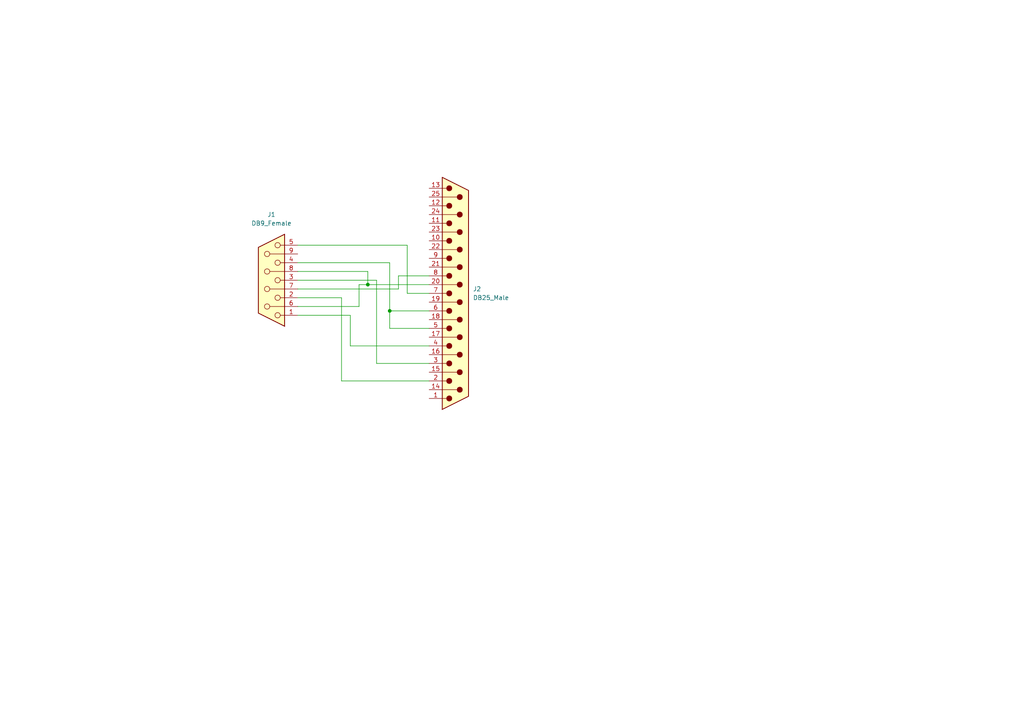
<source format=kicad_sch>
(kicad_sch (version 20211123) (generator eeschema)
  (paper "A4")
  (lib_symbols
    (symbol "Connector:DB25_Male" (pin_names (offset 1.016) hide)
      (property "Reference" "J" (at 0 34.29 0))
      (property "Value" "DB25_Male" (at 0 -34.925 0))
      (symbol "DB25_Male_0_1"
        (circle (center -1.778 -30.48) (radius 0.762) (fill (type outline)))
        (circle (center -1.778 -25.4) (radius 0.762) (fill (type outline)))
        (circle (center -1.778 -20.32) (radius 0.762) (fill (type outline)))
        (circle (center -1.778 -15.24) (radius 0.762) (fill (type outline)))
        (circle (center -1.778 -10.16) (radius 0.762) (fill (type outline)))
        (circle (center -1.778 -5.08) (radius 0.762) (fill (type outline)))
        (circle (center -1.778 0) (radius 0.762) (fill (type outline)))
        (circle (center -1.778 5.08) (radius 0.762) (fill (type outline)))
        (circle (center -1.778 10.16) (radius 0.762) (fill (type outline)))
        (circle (center -1.778 15.24) (radius 0.762) (fill (type outline)))
        (circle (center -1.778 20.32) (radius 0.762) (fill (type outline)))
        (circle (center -1.778 25.4) (radius 0.762) (fill (type outline)))
        (circle (center -1.778 30.48) (radius 0.762) (fill (type outline)))
        (polyline (pts (xy -3.81 -30.48) (xy -2.54 -30.48)))
        (polyline (pts (xy -3.81 -27.94) (xy 0.508 -27.94)))
        (polyline (pts (xy -3.81 -25.4) (xy -2.54 -25.4)))
        (polyline (pts (xy -3.81 -22.86) (xy 0.508 -22.86)))
        (polyline (pts (xy -3.81 -20.32) (xy -2.54 -20.32)))
        (polyline (pts (xy -3.81 -17.78) (xy 0.508 -17.78)))
        (polyline (pts (xy -3.81 -15.24) (xy -2.54 -15.24)))
        (polyline (pts (xy -3.81 -12.7) (xy 0.508 -12.7)))
        (polyline (pts (xy -3.81 -10.16) (xy -2.54 -10.16)))
        (polyline (pts (xy -3.81 -7.62) (xy 0.508 -7.62)))
        (polyline (pts (xy -3.81 -5.08) (xy -2.54 -5.08)))
        (polyline (pts (xy -3.81 -2.54) (xy 0.508 -2.54)))
        (polyline (pts (xy -3.81 0) (xy -2.54 0)))
        (polyline (pts (xy -3.81 2.54) (xy 0.508 2.54)))
        (polyline (pts (xy -3.81 5.08) (xy -2.54 5.08)))
        (polyline (pts (xy -3.81 7.62) (xy 0.508 7.62)))
        (polyline (pts (xy -3.81 10.16) (xy -2.54 10.16)))
        (polyline (pts (xy -3.81 12.7) (xy 0.508 12.7)))
        (polyline (pts (xy -3.81 15.24) (xy -2.54 15.24)))
        (polyline (pts (xy -3.81 17.78) (xy 0.508 17.78)))
        (polyline (pts (xy -3.81 20.32) (xy -2.54 20.32)))
        (polyline (pts (xy -3.81 22.86) (xy 0.508 22.86)))
        (polyline (pts (xy -3.81 25.4) (xy -2.54 25.4)))
        (polyline (pts (xy -3.81 27.94) (xy 0.508 27.94)))
        (polyline (pts (xy -3.81 30.48) (xy -2.54 30.48)))
        (polyline (pts (xy -3.81 -33.655) (xy 3.81 -29.845) (xy 3.81 29.845) (xy -3.81 33.655) (xy -3.81 -33.655)) (stroke (width 0.254)) (fill (type background)))
        (circle (center 1.27 -27.94) (radius 0.762) (fill (type outline)))
        (circle (center 1.27 -22.86) (radius 0.762) (fill (type outline)))
        (circle (center 1.27 -17.78) (radius 0.762) (fill (type outline)))
        (circle (center 1.27 -12.7) (radius 0.762) (fill (type outline)))
        (circle (center 1.27 -7.62) (radius 0.762) (fill (type outline)))
        (circle (center 1.27 -2.54) (radius 0.762) (fill (type outline)))
        (circle (center 1.27 2.54) (radius 0.762) (fill (type outline)))
        (circle (center 1.27 7.62) (radius 0.762) (fill (type outline)))
        (circle (center 1.27 12.7) (radius 0.762) (fill (type outline)))
        (circle (center 1.27 17.78) (radius 0.762) (fill (type outline)))
        (circle (center 1.27 22.86) (radius 0.762) (fill (type outline)))
        (circle (center 1.27 27.94) (radius 0.762) (fill (type outline)))
      )
      (symbol "DB25_Male_1_1"
        (pin passive line (at -7.62 -30.48 0) (length 3.81) (name "1") (number "1"))
        (pin passive line (at -7.62 15.24 0) (length 3.81) (name "10") (number "10"))
        (pin passive line (at -7.62 20.32 0) (length 3.81) (name "11") (number "11"))
        (pin passive line (at -7.62 25.4 0) (length 3.81) (name "12") (number "12"))
        (pin passive line (at -7.62 30.48 0) (length 3.81) (name "13") (number "13"))
        (pin passive line (at -7.62 -27.94 0) (length 3.81) (name "P14") (number "14"))
        (pin passive line (at -7.62 -22.86 0) (length 3.81) (name "P15") (number "15"))
        (pin passive line (at -7.62 -17.78 0) (length 3.81) (name "P16") (number "16"))
        (pin passive line (at -7.62 -12.7 0) (length 3.81) (name "P17") (number "17"))
        (pin passive line (at -7.62 -7.62 0) (length 3.81) (name "P18") (number "18"))
        (pin passive line (at -7.62 -2.54 0) (length 3.81) (name "P19") (number "19"))
        (pin passive line (at -7.62 -25.4 0) (length 3.81) (name "2") (number "2"))
        (pin passive line (at -7.62 2.54 0) (length 3.81) (name "P20") (number "20"))
        (pin passive line (at -7.62 7.62 0) (length 3.81) (name "P21") (number "21"))
        (pin passive line (at -7.62 12.7 0) (length 3.81) (name "P22") (number "22"))
        (pin passive line (at -7.62 17.78 0) (length 3.81) (name "P23") (number "23"))
        (pin passive line (at -7.62 22.86 0) (length 3.81) (name "P24") (number "24"))
        (pin passive line (at -7.62 27.94 0) (length 3.81) (name "P25") (number "25"))
        (pin passive line (at -7.62 -20.32 0) (length 3.81) (name "3") (number "3"))
        (pin passive line (at -7.62 -15.24 0) (length 3.81) (name "4") (number "4"))
        (pin passive line (at -7.62 -10.16 0) (length 3.81) (name "5") (number "5"))
        (pin passive line (at -7.62 -5.08 0) (length 3.81) (name "6") (number "6"))
        (pin passive line (at -7.62 0 0) (length 3.81) (name "7") (number "7"))
        (pin passive line (at -7.62 5.08 0) (length 3.81) (name "8") (number "8"))
        (pin passive line (at -7.62 10.16 0) (length 3.81) (name "9") (number "9"))
      )
    )
    (symbol "Connector:DB9_Female" (pin_names (offset 1.016) hide)
      (property "Reference" "J" (at 0 13.97 0))
      (property "Value" "DB9_Female" (at 0 -14.605 0))
      (symbol "DB9_Female_0_1"
        (circle (center -1.778 -10.16) (radius 0.762))
        (circle (center -1.778 -5.08) (radius 0.762))
        (circle (center -1.778 0) (radius 0.762))
        (circle (center -1.778 5.08) (radius 0.762))
        (circle (center -1.778 10.16) (radius 0.762))
        (polyline (pts (xy -3.81 -10.16) (xy -2.54 -10.16)))
        (polyline (pts (xy -3.81 -7.62) (xy 0.508 -7.62)))
        (polyline (pts (xy -3.81 -5.08) (xy -2.54 -5.08)))
        (polyline (pts (xy -3.81 -2.54) (xy 0.508 -2.54)))
        (polyline (pts (xy -3.81 0) (xy -2.54 0)))
        (polyline (pts (xy -3.81 2.54) (xy 0.508 2.54)))
        (polyline (pts (xy -3.81 5.08) (xy -2.54 5.08)))
        (polyline (pts (xy -3.81 7.62) (xy 0.508 7.62)))
        (polyline (pts (xy -3.81 10.16) (xy -2.54 10.16)))
        (polyline (pts (xy -3.81 13.335) (xy -3.81 -13.335) (xy 3.81 -9.525) (xy 3.81 9.525) (xy -3.81 13.335)) (stroke (width 0.254)) (fill (type background)))
        (circle (center 1.27 -7.62) (radius 0.762))
        (circle (center 1.27 -2.54) (radius 0.762))
        (circle (center 1.27 2.54) (radius 0.762))
        (circle (center 1.27 7.62) (radius 0.762))
      )
      (symbol "DB9_Female_1_1"
        (pin passive line (at -7.62 10.16 0) (length 3.81) (name "1") (number "1"))
        (pin passive line (at -7.62 5.08 0) (length 3.81) (name "2") (number "2"))
        (pin passive line (at -7.62 0 0) (length 3.81) (name "3") (number "3"))
        (pin passive line (at -7.62 -5.08 0) (length 3.81) (name "4") (number "4"))
        (pin passive line (at -7.62 -10.16 0) (length 3.81) (name "5") (number "5"))
        (pin passive line (at -7.62 7.62 0) (length 3.81) (name "6") (number "6"))
        (pin passive line (at -7.62 2.54 0) (length 3.81) (name "7") (number "7"))
        (pin passive line (at -7.62 -2.54 0) (length 3.81) (name "8") (number "8"))
        (pin passive line (at -7.62 -7.62 0) (length 3.81) (name "9") (number "9"))
      )
    )
  )
  (junction (at 113.03 90.17))
  (junction (at 106.68 82.55))
  (wire (pts (xy 86.36 83.82) (xy 115.57 83.82)))
  (wire (pts (xy 99.06 110.49) (xy 124.46 110.49)))
  (wire (pts (xy 115.57 83.82) (xy 115.57 80.01)))
  (wire (pts (xy 104.14 88.9) (xy 104.14 82.55)))
  (wire (pts (xy 104.14 82.55) (xy 106.68 82.55)))
  (wire (pts (xy 109.22 105.41) (xy 124.46 105.41)))
  (wire (pts (xy 86.36 78.74) (xy 106.68 78.74)))
  (wire (pts (xy 99.06 86.36) (xy 99.06 110.49)))
  (wire (pts (xy 113.03 95.25) (xy 124.46 95.25)))
  (wire (pts (xy 86.36 76.2) (xy 113.03 76.2)))
  (wire (pts (xy 86.36 91.44) (xy 101.6 91.44)))
  (wire (pts (xy 118.11 85.09) (xy 124.46 85.09)))
  (wire (pts (xy 86.36 71.12) (xy 118.11 71.12)))
  (wire (pts (xy 109.22 81.28) (xy 109.22 105.41)))
  (wire (pts (xy 115.57 80.01) (xy 124.46 80.01)))
  (wire (pts (xy 106.68 78.74) (xy 106.68 82.55)))
  (wire (pts (xy 113.03 90.17) (xy 124.46 90.17)))
  (wire (pts (xy 101.6 100.33) (xy 124.46 100.33)))
  (wire (pts (xy 118.11 71.12) (xy 118.11 85.09)))
  (wire (pts (xy 101.6 91.44) (xy 101.6 100.33)))
  (wire (pts (xy 113.03 90.17) (xy 113.03 95.25)))
  (wire (pts (xy 86.36 86.36) (xy 99.06 86.36)))
  (wire (pts (xy 113.03 76.2) (xy 113.03 90.17)))
  (wire (pts (xy 86.36 88.9) (xy 104.14 88.9)))
  (wire (pts (xy 106.68 82.55) (xy 124.46 82.55)))
  (wire (pts (xy 86.36 81.28) (xy 109.22 81.28)))
  (symbol (lib_id "Connector:DB25_Male") (at 132.08 85.09 0) (unit 1)
    (property "Reference" "J2" (at 137.16 83.8199 0) (effects (justify left)))
    (property "Value" "DB25_Male" (at 137.16 86.3599 0) (effects (justify left)))
    (property "Footprint" "Connector_Dsub:DSUB-25_Male_Horizontal_P2.77x2.84mm_EdgePinOffset7.70mm_Housed_MountingHolesOffset9.12mm" (effects hide))
    (property "Datasheet" " ~" (effects hide))
  )
  (symbol (lib_id "Connector:DB9_Female") (at 78.74 81.28 180) (unit 1)
    (property "Reference" "J1" (at 78.74 62.23 0))
    (property "Value" "DB9_Female" (at 78.74 64.77 0))
    (property "Footprint" "Connector_Dsub:DSUB-9_Female_Horizontal_P2.77x2.84mm_EdgePinOffset7.70mm_Housed_MountingHolesOffset9.12mm" (effects hide))
    (property "Datasheet" " ~" (effects hide))
  )
)
</source>
